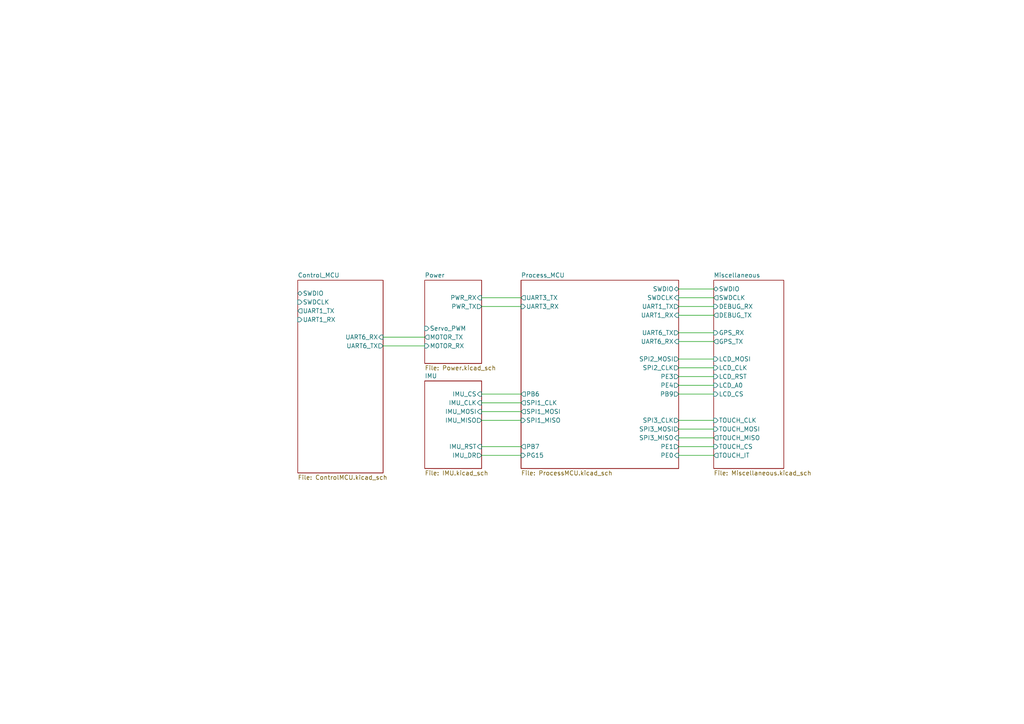
<source format=kicad_sch>
(kicad_sch (version 20211123) (generator eeschema)

  (uuid 99332785-d9f1-4363-9377-26ddc18e6d2c)

  (paper "A4")

  (title_block
    (title "MM32_Board")
    (date "2022-01-11")
    (rev "1.0.2")
  )

  (lib_symbols
  )


  (wire (pts (xy 196.85 96.52) (xy 207.01 96.52))
    (stroke (width 0) (type default) (color 0 0 0 0))
    (uuid 18c61c95-8af1-4986-b67e-c7af9c15ab6b)
  )
  (wire (pts (xy 139.7 86.36) (xy 151.13 86.36))
    (stroke (width 0) (type default) (color 0 0 0 0))
    (uuid 1e86b4c5-7cc5-4cd3-9127-b2df4b25ab31)
  )
  (wire (pts (xy 196.85 114.3) (xy 207.01 114.3))
    (stroke (width 0) (type default) (color 0 0 0 0))
    (uuid 2035ea48-3ef5-4d7f-8c3c-50981b30c89a)
  )
  (wire (pts (xy 139.7 132.08) (xy 151.13 132.08))
    (stroke (width 0) (type default) (color 0 0 0 0))
    (uuid 22ab31f1-19b3-4ec7-9afe-f302dee88ae1)
  )
  (wire (pts (xy 139.7 116.84) (xy 151.13 116.84))
    (stroke (width 0) (type default) (color 0 0 0 0))
    (uuid 22bb6c80-05a9-4d89-98b0-f4c23fe6c1ce)
  )
  (wire (pts (xy 196.85 109.22) (xy 207.01 109.22))
    (stroke (width 0) (type default) (color 0 0 0 0))
    (uuid 2e90e294-82e1-45da-9bf1-b91dfe0dc8f6)
  )
  (wire (pts (xy 111.125 100.33) (xy 123.19 100.33))
    (stroke (width 0) (type default) (color 0 0 0 0))
    (uuid 37c1ffae-13f7-4414-8abd-6198017a0d3d)
  )
  (wire (pts (xy 196.85 106.68) (xy 207.01 106.68))
    (stroke (width 0) (type default) (color 0 0 0 0))
    (uuid 4e27930e-1827-4788-aa6b-487321d46602)
  )
  (wire (pts (xy 111.125 97.79) (xy 123.19 97.79))
    (stroke (width 0) (type default) (color 0 0 0 0))
    (uuid 4fddb009-6bfa-4bb4-bb13-efd2f0ef215d)
  )
  (wire (pts (xy 139.7 114.3) (xy 151.13 114.3))
    (stroke (width 0) (type default) (color 0 0 0 0))
    (uuid 5c511894-a889-401c-a74f-4f4f5b5e1f56)
  )
  (wire (pts (xy 139.7 129.54) (xy 151.13 129.54))
    (stroke (width 0) (type default) (color 0 0 0 0))
    (uuid 72508b1f-1505-46cb-9d37-2081c5a12aca)
  )
  (wire (pts (xy 207.01 129.54) (xy 196.85 129.54))
    (stroke (width 0) (type default) (color 0 0 0 0))
    (uuid 7a2f50f6-0c99-4e8d-9c2a-8f2f961d2e6d)
  )
  (wire (pts (xy 196.85 88.9) (xy 207.01 88.9))
    (stroke (width 0) (type default) (color 0 0 0 0))
    (uuid 7a74c4b1-6243-4a12-85a2-bc41d346e7aa)
  )
  (wire (pts (xy 196.85 83.82) (xy 207.01 83.82))
    (stroke (width 0) (type default) (color 0 0 0 0))
    (uuid 7d76d925-f900-42af-a03f-bb32d2381b09)
  )
  (wire (pts (xy 139.7 119.38) (xy 151.13 119.38))
    (stroke (width 0) (type default) (color 0 0 0 0))
    (uuid 802c2dc3-ca9f-491e-9d66-7893e89ac34c)
  )
  (wire (pts (xy 196.85 104.14) (xy 207.01 104.14))
    (stroke (width 0) (type default) (color 0 0 0 0))
    (uuid 8cd050d6-228c-4da0-9533-b4f8d14cfb34)
  )
  (wire (pts (xy 207.01 99.06) (xy 196.85 99.06))
    (stroke (width 0) (type default) (color 0 0 0 0))
    (uuid a5be2cb8-c68d-4180-8412-69a6b4c5b1d4)
  )
  (wire (pts (xy 139.7 88.9) (xy 151.13 88.9))
    (stroke (width 0) (type default) (color 0 0 0 0))
    (uuid a7b36f8a-a809-4212-adb5-b1a430ba43d5)
  )
  (wire (pts (xy 196.85 124.46) (xy 207.01 124.46))
    (stroke (width 0) (type default) (color 0 0 0 0))
    (uuid aa88ba5c-865c-4683-b8a1-7b9c1cfc1f24)
  )
  (wire (pts (xy 196.85 121.92) (xy 207.01 121.92))
    (stroke (width 0) (type default) (color 0 0 0 0))
    (uuid abe3b334-37e8-4f8f-bedb-b15e5b35de31)
  )
  (wire (pts (xy 196.85 132.08) (xy 207.01 132.08))
    (stroke (width 0) (type default) (color 0 0 0 0))
    (uuid ae0e6b31-27d7-4383-a4fc-7557b0a19382)
  )
  (wire (pts (xy 207.01 111.76) (xy 196.85 111.76))
    (stroke (width 0) (type default) (color 0 0 0 0))
    (uuid ba6fc20e-7eff-4d5f-81e4-d1fad93be155)
  )
  (wire (pts (xy 196.85 127) (xy 207.01 127))
    (stroke (width 0) (type default) (color 0 0 0 0))
    (uuid e95d5e5b-b628-48b6-bd91-ba4666d476c9)
  )
  (wire (pts (xy 207.01 91.44) (xy 196.85 91.44))
    (stroke (width 0) (type default) (color 0 0 0 0))
    (uuid ed8a7f02-cf05-41d0-97b4-4388ef205e73)
  )
  (wire (pts (xy 139.7 121.92) (xy 151.13 121.92))
    (stroke (width 0) (type default) (color 0 0 0 0))
    (uuid eed466bf-cd88-4860-9abf-41a594ca08bd)
  )
  (wire (pts (xy 207.01 86.36) (xy 196.85 86.36))
    (stroke (width 0) (type default) (color 0 0 0 0))
    (uuid f1e619ac-5067-41df-8384-776ec70a6093)
  )

  (sheet (at 123.19 81.28) (size 16.51 24.13) (fields_autoplaced)
    (stroke (width 0) (type solid) (color 0 0 0 0))
    (fill (color 0 0 0 0.0000))
    (uuid 00000000-0000-0000-0000-00006191448d)
    (property "Sheet name" "Power" (id 0) (at 123.19 80.5684 0)
      (effects (font (size 1.27 1.27)) (justify left bottom))
    )
    (property "Sheet file" "Power.kicad_sch" (id 1) (at 123.19 105.9946 0)
      (effects (font (size 1.27 1.27)) (justify left top))
    )
    (pin "PWR_RX" input (at 139.7 86.36 0)
      (effects (font (size 1.27 1.27)) (justify right))
      (uuid 6c98f4c5-fd1b-4ccb-adc4-ecb3ce98ff5f)
    )
    (pin "PWR_TX" output (at 139.7 88.9 0)
      (effects (font (size 1.27 1.27)) (justify right))
      (uuid f68acda9-b749-45ef-a43c-dcbb6e5795b1)
    )
    (pin "MOTOR_TX" output (at 123.19 97.79 180)
      (effects (font (size 1.27 1.27)) (justify left))
      (uuid 9e1614c8-eb22-4896-8c91-06c0aada958b)
    )
    (pin "MOTOR_RX" input (at 123.19 100.33 180)
      (effects (font (size 1.27 1.27)) (justify left))
      (uuid 1fcc5412-30fa-4a51-900d-816d221e18ff)
    )
    (pin "Servo_PWM" input (at 123.19 95.25 180)
      (effects (font (size 1.27 1.27)) (justify left))
      (uuid 05f6cf13-31f7-443a-8e93-41079e11f9a5)
    )
  )

  (sheet (at 151.13 81.28) (size 45.72 54.61) (fields_autoplaced)
    (stroke (width 0) (type solid) (color 0 0 0 0))
    (fill (color 0 0 0 0.0000))
    (uuid 00000000-0000-0000-0000-00006194fb75)
    (property "Sheet name" "Process_MCU" (id 0) (at 151.13 80.5684 0)
      (effects (font (size 1.27 1.27)) (justify left bottom))
    )
    (property "Sheet file" "ProcessMCU.kicad_sch" (id 1) (at 151.13 136.4746 0)
      (effects (font (size 1.27 1.27)) (justify left top))
    )
    (pin "SWDIO" bidirectional (at 196.85 83.82 0)
      (effects (font (size 1.27 1.27)) (justify right))
      (uuid 3c5e5ea9-793d-46e3-86bc-5884c4490dc7)
    )
    (pin "SWDCLK" input (at 196.85 86.36 0)
      (effects (font (size 1.27 1.27)) (justify right))
      (uuid 9dcdc92b-2219-4a4a-8954-45f02cc3ab25)
    )
    (pin "UART1_TX" output (at 196.85 88.9 0)
      (effects (font (size 1.27 1.27)) (justify right))
      (uuid dae72997-44fc-4275-b36f-cd70bf46cfba)
    )
    (pin "UART1_RX" input (at 196.85 91.44 0)
      (effects (font (size 1.27 1.27)) (justify right))
      (uuid 5d9921f1-08b3-4cc9-8cf7-e9a72ca2fdb7)
    )
    (pin "UART3_TX" output (at 151.13 86.36 180)
      (effects (font (size 1.27 1.27)) (justify left))
      (uuid c8b6b273-3d20-4a46-8069-f6d608563604)
    )
    (pin "UART3_RX" input (at 151.13 88.9 180)
      (effects (font (size 1.27 1.27)) (justify left))
      (uuid 92035a88-6c95-4a61-bd8a-cb8dd9e5018a)
    )
    (pin "UART6_TX" output (at 196.85 96.52 0)
      (effects (font (size 1.27 1.27)) (justify right))
      (uuid 4ec618ae-096f-4256-9328-005ee04f13d6)
    )
    (pin "UART6_RX" input (at 196.85 99.06 0)
      (effects (font (size 1.27 1.27)) (justify right))
      (uuid 3326423d-8df7-4a7e-a354-349430b8fbd7)
    )
    (pin "SPI2_CLK" output (at 196.85 106.68 0)
      (effects (font (size 1.27 1.27)) (justify right))
      (uuid 8de2d84c-ff45-4d4f-bc49-c166f6ae6b91)
    )
    (pin "SPI2_MOSI" output (at 196.85 104.14 0)
      (effects (font (size 1.27 1.27)) (justify right))
      (uuid e091e263-c616-48ef-a460-465c70218987)
    )
    (pin "SPI1_CLK" output (at 151.13 116.84 180)
      (effects (font (size 1.27 1.27)) (justify left))
      (uuid 71c6e723-673c-45a9-a0e4-9742220c52a3)
    )
    (pin "SPI1_MISO" input (at 151.13 121.92 180)
      (effects (font (size 1.27 1.27)) (justify left))
      (uuid b4833916-7a3e-4498-86fb-ec6d13262ffe)
    )
    (pin "SPI1_MOSI" output (at 151.13 119.38 180)
      (effects (font (size 1.27 1.27)) (justify left))
      (uuid cc48dd41-7768-48d3-b096-2c4cc2126c9d)
    )
    (pin "PB6" output (at 151.13 114.3 180)
      (effects (font (size 1.27 1.27)) (justify left))
      (uuid 4185c36c-c66e-4dbd-be5d-841e551f4885)
    )
    (pin "PB7" output (at 151.13 129.54 180)
      (effects (font (size 1.27 1.27)) (justify left))
      (uuid a8b4bc7e-da32-4fb8-b71a-d7b47c6f741f)
    )
    (pin "PG15" input (at 151.13 132.08 180)
      (effects (font (size 1.27 1.27)) (justify left))
      (uuid 0fd35a3e-b394-4aae-875a-fac843f9cbb7)
    )
    (pin "PE3" output (at 196.85 109.22 0)
      (effects (font (size 1.27 1.27)) (justify right))
      (uuid c088f712-1abe-4cac-9a8b-d564931395aa)
    )
    (pin "PE4" output (at 196.85 111.76 0)
      (effects (font (size 1.27 1.27)) (justify right))
      (uuid ea6fde00-59dc-4a79-a647-7e38199fae0e)
    )
    (pin "PE0" input (at 196.85 132.08 0)
      (effects (font (size 1.27 1.27)) (justify right))
      (uuid f73b5500-6337-4860-a114-6e307f65ec9f)
    )
    (pin "PE1" output (at 196.85 129.54 0)
      (effects (font (size 1.27 1.27)) (justify right))
      (uuid d3d57924-54a6-421d-a3a0-a044fc909e88)
    )
    (pin "PB9" output (at 196.85 114.3 0)
      (effects (font (size 1.27 1.27)) (justify right))
      (uuid eab9c52c-3aa0-43a7-bc7f-7e234ff1e9f4)
    )
    (pin "SPI3_CLK" output (at 196.85 121.92 0)
      (effects (font (size 1.27 1.27)) (justify right))
      (uuid 83743bfc-3f1e-46ce-bc1a-32950eb9d20d)
    )
    (pin "SPI3_MISO" input (at 196.85 127 0)
      (effects (font (size 1.27 1.27)) (justify right))
      (uuid d0cb3bbf-459c-4f4a-a2b0-44b401630830)
    )
    (pin "SPI3_MOSI" output (at 196.85 124.46 0)
      (effects (font (size 1.27 1.27)) (justify right))
      (uuid a105f5e1-eb91-4e5f-a2df-7ac504228dde)
    )
  )

  (sheet (at 123.19 110.49) (size 16.51 25.4) (fields_autoplaced)
    (stroke (width 0) (type solid) (color 0 0 0 0))
    (fill (color 0 0 0 0.0000))
    (uuid 00000000-0000-0000-0000-000061a493c9)
    (property "Sheet name" "IMU" (id 0) (at 123.19 109.7784 0)
      (effects (font (size 1.27 1.27)) (justify left bottom))
    )
    (property "Sheet file" "IMU.kicad_sch" (id 1) (at 123.19 136.4746 0)
      (effects (font (size 1.27 1.27)) (justify left top))
    )
    (pin "IMU_CS" input (at 139.7 114.3 0)
      (effects (font (size 1.27 1.27)) (justify right))
      (uuid faa1812c-fdf3-47ae-9cf4-ae06a263bfbd)
    )
    (pin "IMU_RST" input (at 139.7 129.54 0)
      (effects (font (size 1.27 1.27)) (justify right))
      (uuid 88cb65f4-7e9e-44eb-8692-3b6e2e788a94)
    )
    (pin "IMU_DR" output (at 139.7 132.08 0)
      (effects (font (size 1.27 1.27)) (justify right))
      (uuid e5b328f6-dc69-4905-ae98-2dc3200a51d6)
    )
    (pin "IMU_CLK" input (at 139.7 116.84 0)
      (effects (font (size 1.27 1.27)) (justify right))
      (uuid 1f9ae101-c652-4998-a503-17aedf3d5746)
    )
    (pin "IMU_MOSI" input (at 139.7 119.38 0)
      (effects (font (size 1.27 1.27)) (justify right))
      (uuid 5c30b9b4-3014-4f50-9329-27a539b67e01)
    )
    (pin "IMU_MISO" output (at 139.7 121.92 0)
      (effects (font (size 1.27 1.27)) (justify right))
      (uuid 9a2d648d-863a-4b7b-80f9-d537185c212b)
    )
  )

  (sheet (at 207.01 81.28) (size 20.32 54.61) (fields_autoplaced)
    (stroke (width 0) (type solid) (color 0 0 0 0))
    (fill (color 0 0 0 0.0000))
    (uuid 00000000-0000-0000-0000-000061e2dd2b)
    (property "Sheet name" "Miscellaneous" (id 0) (at 207.01 80.5684 0)
      (effects (font (size 1.27 1.27)) (justify left bottom))
    )
    (property "Sheet file" "Miscellaneous.kicad_sch" (id 1) (at 207.01 136.4746 0)
      (effects (font (size 1.27 1.27)) (justify left top))
    )
    (pin "SWDIO" bidirectional (at 207.01 83.82 180)
      (effects (font (size 1.27 1.27)) (justify left))
      (uuid eb8d02e9-145c-465d-b6a8-bae84d47a94b)
    )
    (pin "SWDCLK" output (at 207.01 86.36 180)
      (effects (font (size 1.27 1.27)) (justify left))
      (uuid 29bb7297-26fb-4776-9266-2355d022bab0)
    )
    (pin "LCD_CS" input (at 207.01 114.3 180)
      (effects (font (size 1.27 1.27)) (justify left))
      (uuid cb6062da-8dcd-4826-92fd-4071e9e97213)
    )
    (pin "LCD_CLK" input (at 207.01 106.68 180)
      (effects (font (size 1.27 1.27)) (justify left))
      (uuid 36d783e7-096f-4c97-9672-7e08c083b87b)
    )
    (pin "LCD_MOSI" input (at 207.01 104.14 180)
      (effects (font (size 1.27 1.27)) (justify left))
      (uuid 0a1a4d88-972a-46ce-b25e-6cb796bd41f7)
    )
    (pin "LCD_A0" input (at 207.01 111.76 180)
      (effects (font (size 1.27 1.27)) (justify left))
      (uuid c9b9e62d-dede-4d1a-9a05-275614f8bdb2)
    )
    (pin "LCD_RST" input (at 207.01 109.22 180)
      (effects (font (size 1.27 1.27)) (justify left))
      (uuid bdf40d30-88ff-4479-bad1-69529464b61b)
    )
    (pin "TOUCH_CS" input (at 207.01 129.54 180)
      (effects (font (size 1.27 1.27)) (justify left))
      (uuid e5217a0c-7f55-4c30-adda-7f8d95709d1b)
    )
    (pin "DEBUG_TX" output (at 207.01 91.44 180)
      (effects (font (size 1.27 1.27)) (justify left))
      (uuid 5b0a5a46-7b51-4262-a80e-d33dd1806615)
    )
    (pin "DEBUG_RX" input (at 207.01 88.9 180)
      (effects (font (size 1.27 1.27)) (justify left))
      (uuid 30c33e3e-fb78-498d-bffe-76273d527004)
    )
    (pin "TOUCH_IT" output (at 207.01 132.08 180)
      (effects (font (size 1.27 1.27)) (justify left))
      (uuid 42ff012d-5eb7-42b9-bb45-415cf26799c6)
    )
    (pin "GPS_RX" input (at 207.01 96.52 180)
      (effects (font (size 1.27 1.27)) (justify left))
      (uuid 3f8a5430-68a9-4732-9b89-4e00dd8ae219)
    )
    (pin "GPS_TX" output (at 207.01 99.06 180)
      (effects (font (size 1.27 1.27)) (justify left))
      (uuid 96de0051-7945-413a-9219-1ab367546962)
    )
    (pin "TOUCH_MISO" output (at 207.01 127 180)
      (effects (font (size 1.27 1.27)) (justify left))
      (uuid cd46a835-b742-4761-bc84-528e70be1d87)
    )
    (pin "TOUCH_CLK" input (at 207.01 121.92 180)
      (effects (font (size 1.27 1.27)) (justify left))
      (uuid a6855cea-86ec-4106-8759-7df181fb3d77)
    )
    (pin "TOUCH_MOSI" input (at 207.01 124.46 180)
      (effects (font (size 1.27 1.27)) (justify left))
      (uuid 8783fb72-5062-4171-bfea-820e87151360)
    )
  )

  (sheet (at 86.36 81.28) (size 24.765 55.88) (fields_autoplaced)
    (stroke (width 0) (type solid) (color 0 0 0 0))
    (fill (color 0 0 0 0.0000))
    (uuid 17e96aa4-b9b9-40b3-b176-5cf1e74e9a7a)
    (property "Sheet name" "Control_MCU" (id 0) (at 86.36 80.5684 0)
      (effects (font (size 1.27 1.27)) (justify left bottom))
    )
    (property "Sheet file" "ControlMCU.kicad_sch" (id 1) (at 86.36 137.7446 0)
      (effects (font (size 1.27 1.27)) (justify left top))
    )
    (pin "SWDCLK" input (at 86.36 87.63 180)
      (effects (font (size 1.27 1.27)) (justify left))
      (uuid 6e619301-c53e-444d-add9-b8d74740641f)
    )
    (pin "UART1_TX" output (at 86.36 90.17 180)
      (effects (font (size 1.27 1.27)) (justify left))
      (uuid 35a6c7c2-b9db-41ed-ba4b-de9111d1b6bf)
    )
    (pin "UART1_RX" input (at 86.36 92.71 180)
      (effects (font (size 1.27 1.27)) (justify left))
      (uuid 17ec37a9-0b6a-43af-a274-886b4c122b7c)
    )
    (pin "SWDIO" bidirectional (at 86.36 85.09 180)
      (effects (font (size 1.27 1.27)) (justify left))
      (uuid 63d57373-5dd3-4b3d-93e9-5e488bb9ecba)
    )
    (pin "UART6_RX" input (at 111.125 97.79 0)
      (effects (font (size 1.27 1.27)) (justify right))
      (uuid ee05dd12-55ac-402a-ae8a-082712bdd30c)
    )
    (pin "UART6_TX" output (at 111.125 100.33 0)
      (effects (font (size 1.27 1.27)) (justify right))
      (uuid c4feca4c-0e93-41cb-90bd-0f7bc626c9f2)
    )
  )

  (sheet_instances
    (path "/" (page "1"))
    (path "/00000000-0000-0000-0000-000061e2dd2b" (page "2"))
    (path "/00000000-0000-0000-0000-000061a493c9" (page "3"))
    (path "/00000000-0000-0000-0000-00006194fb75" (page "4"))
    (path "/00000000-0000-0000-0000-00006191448d" (page "5"))
    (path "/17e96aa4-b9b9-40b3-b176-5cf1e74e9a7a" (page "6"))
  )

  (symbol_instances
    (path "/00000000-0000-0000-0000-000061a493c9/00000000-0000-0000-0000-000061ca638a"
      (reference "#FLG?") (unit 1) (value "PWR_FLAG") (footprint "")
    )
    (path "/17e96aa4-b9b9-40b3-b176-5cf1e74e9a7a/00000000-0000-0000-0000-00006195ee2a"
      (reference "#PWR?") (unit 1) (value "GND") (footprint "")
    )
    (path "/17e96aa4-b9b9-40b3-b176-5cf1e74e9a7a/00000000-0000-0000-0000-00006195f610"
      (reference "#PWR?") (unit 1) (value "GND") (footprint "")
    )
    (path "/17e96aa4-b9b9-40b3-b176-5cf1e74e9a7a/00000000-0000-0000-0000-00006195fcd3"
      (reference "#PWR?") (unit 1) (value "GND") (footprint "")
    )
    (path "/17e96aa4-b9b9-40b3-b176-5cf1e74e9a7a/00000000-0000-0000-0000-00006196015b"
      (reference "#PWR?") (unit 1) (value "GND") (footprint "")
    )
    (path "/17e96aa4-b9b9-40b3-b176-5cf1e74e9a7a/00000000-0000-0000-0000-000061968f95"
      (reference "#PWR?") (unit 1) (value "GND") (footprint "")
    )
    (path "/17e96aa4-b9b9-40b3-b176-5cf1e74e9a7a/00000000-0000-0000-0000-00006196ae64"
      (reference "#PWR?") (unit 1) (value "+3.3V") (footprint "")
    )
    (path "/17e96aa4-b9b9-40b3-b176-5cf1e74e9a7a/00000000-0000-0000-0000-0000619850df"
      (reference "#PWR?") (unit 1) (value "GND") (footprint "")
    )
    (path "/17e96aa4-b9b9-40b3-b176-5cf1e74e9a7a/00000000-0000-0000-0000-00006198fee4"
      (reference "#PWR?") (unit 1) (value "+3.3V") (footprint "")
    )
    (path "/17e96aa4-b9b9-40b3-b176-5cf1e74e9a7a/00000000-0000-0000-0000-0000619a8b10"
      (reference "#PWR?") (unit 1) (value "GND") (footprint "")
    )
    (path "/17e96aa4-b9b9-40b3-b176-5cf1e74e9a7a/00000000-0000-0000-0000-0000619ab59a"
      (reference "#PWR?") (unit 1) (value "GND") (footprint "")
    )
    (path "/17e96aa4-b9b9-40b3-b176-5cf1e74e9a7a/00000000-0000-0000-0000-0000619ad5ec"
      (reference "#PWR?") (unit 1) (value "GND") (footprint "")
    )
    (path "/17e96aa4-b9b9-40b3-b176-5cf1e74e9a7a/00000000-0000-0000-0000-0000619c0f5f"
      (reference "#PWR?") (unit 1) (value "GND") (footprint "")
    )
    (path "/00000000-0000-0000-0000-000061a493c9/00000000-0000-0000-0000-0000619ca37d"
      (reference "#PWR?") (unit 1) (value "GNDA") (footprint "")
    )
    (path "/00000000-0000-0000-0000-000061a493c9/00000000-0000-0000-0000-0000619ca9f9"
      (reference "#PWR?") (unit 1) (value "+5V") (footprint "")
    )
    (path "/17e96aa4-b9b9-40b3-b176-5cf1e74e9a7a/00000000-0000-0000-0000-0000619cad24"
      (reference "#PWR?") (unit 1) (value "+3.3V") (footprint "")
    )
    (path "/00000000-0000-0000-0000-000061a493c9/00000000-0000-0000-0000-0000619cb156"
      (reference "#PWR?") (unit 1) (value "+5VA") (footprint "")
    )
    (path "/00000000-0000-0000-0000-000061a493c9/00000000-0000-0000-0000-0000619cbdfc"
      (reference "#PWR?") (unit 1) (value "GNDA") (footprint "")
    )
    (path "/00000000-0000-0000-0000-000061a493c9/00000000-0000-0000-0000-0000619cc7d7"
      (reference "#PWR?") (unit 1) (value "GND") (footprint "")
    )
    (path "/17e96aa4-b9b9-40b3-b176-5cf1e74e9a7a/00000000-0000-0000-0000-0000619d9e74"
      (reference "#PWR?") (unit 1) (value "+3.3V") (footprint "")
    )
    (path "/00000000-0000-0000-0000-00006191448d/00000000-0000-0000-0000-0000619db55c"
      (reference "#PWR?") (unit 1) (value "+5V") (footprint "")
    )
    (path "/17e96aa4-b9b9-40b3-b176-5cf1e74e9a7a/00000000-0000-0000-0000-0000619db9a0"
      (reference "#PWR?") (unit 1) (value "+3.3V") (footprint "")
    )
    (path "/00000000-0000-0000-0000-00006191448d/00000000-0000-0000-0000-0000619dd295"
      (reference "#PWR?") (unit 1) (value "GND") (footprint "")
    )
    (path "/17e96aa4-b9b9-40b3-b176-5cf1e74e9a7a/00000000-0000-0000-0000-0000619e003c"
      (reference "#PWR?") (unit 1) (value "+3.3V") (footprint "")
    )
    (path "/00000000-0000-0000-0000-00006191448d/00000000-0000-0000-0000-0000619e07bf"
      (reference "#PWR?") (unit 1) (value "+5V") (footprint "")
    )
    (path "/00000000-0000-0000-0000-000061a493c9/00000000-0000-0000-0000-0000619e1f6c"
      (reference "#PWR?") (unit 1) (value "GND") (footprint "")
    )
    (path "/00000000-0000-0000-0000-00006191448d/00000000-0000-0000-0000-0000619e4051"
      (reference "#PWR?") (unit 1) (value "GND") (footprint "")
    )
    (path "/17e96aa4-b9b9-40b3-b176-5cf1e74e9a7a/00000000-0000-0000-0000-0000619e4663"
      (reference "#PWR?") (unit 1) (value "GND") (footprint "")
    )
    (path "/17e96aa4-b9b9-40b3-b176-5cf1e74e9a7a/00000000-0000-0000-0000-0000619e466a"
      (reference "#PWR?") (unit 1) (value "+3.3V") (footprint "")
    )
    (path "/17e96aa4-b9b9-40b3-b176-5cf1e74e9a7a/00000000-0000-0000-0000-0000619e78a5"
      (reference "#PWR?") (unit 1) (value "+3.3V") (footprint "")
    )
    (path "/17e96aa4-b9b9-40b3-b176-5cf1e74e9a7a/00000000-0000-0000-0000-0000619eb60b"
      (reference "#PWR?") (unit 1) (value "+3.3V") (footprint "")
    )
    (path "/00000000-0000-0000-0000-000061a493c9/00000000-0000-0000-0000-0000619ee841"
      (reference "#PWR?") (unit 1) (value "+5VA") (footprint "")
    )
    (path "/00000000-0000-0000-0000-000061a493c9/00000000-0000-0000-0000-0000619ee847"
      (reference "#PWR?") (unit 1) (value "GNDA") (footprint "")
    )
    (path "/17e96aa4-b9b9-40b3-b176-5cf1e74e9a7a/00000000-0000-0000-0000-0000619ef000"
      (reference "#PWR?") (unit 1) (value "+3.3V") (footprint "")
    )
    (path "/17e96aa4-b9b9-40b3-b176-5cf1e74e9a7a/00000000-0000-0000-0000-0000619efd86"
      (reference "#PWR?") (unit 1) (value "+3.3V") (footprint "")
    )
    (path "/17e96aa4-b9b9-40b3-b176-5cf1e74e9a7a/00000000-0000-0000-0000-0000619f405d"
      (reference "#PWR?") (unit 1) (value "GND") (footprint "")
    )
    (path "/17e96aa4-b9b9-40b3-b176-5cf1e74e9a7a/00000000-0000-0000-0000-0000619f5db5"
      (reference "#PWR?") (unit 1) (value "GND") (footprint "")
    )
    (path "/00000000-0000-0000-0000-00006191448d/00000000-0000-0000-0000-0000619f5f75"
      (reference "#PWR?") (unit 1) (value "GND") (footprint "")
    )
    (path "/17e96aa4-b9b9-40b3-b176-5cf1e74e9a7a/00000000-0000-0000-0000-0000619f6712"
      (reference "#PWR?") (unit 1) (value "GND") (footprint "")
    )
    (path "/17e96aa4-b9b9-40b3-b176-5cf1e74e9a7a/00000000-0000-0000-0000-0000619f71a5"
      (reference "#PWR?") (unit 1) (value "GND") (footprint "")
    )
    (path "/00000000-0000-0000-0000-000061a493c9/00000000-0000-0000-0000-0000619f8431"
      (reference "#PWR?") (unit 1) (value "GND") (footprint "")
    )
    (path "/00000000-0000-0000-0000-000061e2dd2b/00000000-0000-0000-0000-0000619f94a5"
      (reference "#PWR?") (unit 1) (value "+3.3V") (footprint "")
    )
    (path "/00000000-0000-0000-0000-000061e2dd2b/00000000-0000-0000-0000-0000619f9ba6"
      (reference "#PWR?") (unit 1) (value "GND") (footprint "")
    )
    (path "/00000000-0000-0000-0000-000061e2dd2b/00000000-0000-0000-0000-0000619f9f09"
      (reference "#PWR?") (unit 1) (value "GND") (footprint "")
    )
    (path "/00000000-0000-0000-0000-000061e2dd2b/00000000-0000-0000-0000-0000619fa449"
      (reference "#PWR?") (unit 1) (value "+3.3V") (footprint "")
    )
    (path "/17e96aa4-b9b9-40b3-b176-5cf1e74e9a7a/00000000-0000-0000-0000-0000619ff75d"
      (reference "#PWR?") (unit 1) (value "+3.3V") (footprint "")
    )
    (path "/17e96aa4-b9b9-40b3-b176-5cf1e74e9a7a/00000000-0000-0000-0000-0000619ff764"
      (reference "#PWR?") (unit 1) (value "GND") (footprint "")
    )
    (path "/17e96aa4-b9b9-40b3-b176-5cf1e74e9a7a/00000000-0000-0000-0000-000061a00a0a"
      (reference "#PWR?") (unit 1) (value "+3.3V") (footprint "")
    )
    (path "/17e96aa4-b9b9-40b3-b176-5cf1e74e9a7a/00000000-0000-0000-0000-000061a00a11"
      (reference "#PWR?") (unit 1) (value "GND") (footprint "")
    )
    (path "/17e96aa4-b9b9-40b3-b176-5cf1e74e9a7a/00000000-0000-0000-0000-000061a02005"
      (reference "#PWR?") (unit 1) (value "+3.3V") (footprint "")
    )
    (path "/17e96aa4-b9b9-40b3-b176-5cf1e74e9a7a/00000000-0000-0000-0000-000061a0200c"
      (reference "#PWR?") (unit 1) (value "GND") (footprint "")
    )
    (path "/17e96aa4-b9b9-40b3-b176-5cf1e74e9a7a/00000000-0000-0000-0000-000061a03056"
      (reference "#PWR?") (unit 1) (value "+3.3V") (footprint "")
    )
    (path "/17e96aa4-b9b9-40b3-b176-5cf1e74e9a7a/00000000-0000-0000-0000-000061a0305d"
      (reference "#PWR?") (unit 1) (value "GND") (footprint "")
    )
    (path "/00000000-0000-0000-0000-000061e2dd2b/00000000-0000-0000-0000-000061a0aa20"
      (reference "#PWR?") (unit 1) (value "+3.3V") (footprint "")
    )
    (path "/17e96aa4-b9b9-40b3-b176-5cf1e74e9a7a/00000000-0000-0000-0000-000061a13535"
      (reference "#PWR?") (unit 1) (value "+3.3V") (footprint "")
    )
    (path "/17e96aa4-b9b9-40b3-b176-5cf1e74e9a7a/00000000-0000-0000-0000-000061a1354d"
      (reference "#PWR?") (unit 1) (value "GND") (footprint "")
    )
    (path "/00000000-0000-0000-0000-000061e2dd2b/00000000-0000-0000-0000-000061a23f37"
      (reference "#PWR?") (unit 1) (value "GND") (footprint "")
    )
    (path "/00000000-0000-0000-0000-000061a493c9/00000000-0000-0000-0000-000061a28c42"
      (reference "#PWR?") (unit 1) (value "+5VA") (footprint "")
    )
    (path "/00000000-0000-0000-0000-000061a493c9/00000000-0000-0000-0000-000061a29163"
      (reference "#PWR?") (unit 1) (value "+5VA") (footprint "")
    )
    (path "/00000000-0000-0000-0000-000061e2dd2b/00000000-0000-0000-0000-000061a2920f"
      (reference "#PWR?") (unit 1) (value "GND") (footprint "")
    )
    (path "/00000000-0000-0000-0000-000061a493c9/00000000-0000-0000-0000-000061a29d74"
      (reference "#PWR?") (unit 1) (value "GNDA") (footprint "")
    )
    (path "/00000000-0000-0000-0000-000061a493c9/00000000-0000-0000-0000-000061a29ff9"
      (reference "#PWR?") (unit 1) (value "GNDA") (footprint "")
    )
    (path "/00000000-0000-0000-0000-000061e2dd2b/00000000-0000-0000-0000-000061a2a54f"
      (reference "#PWR?") (unit 1) (value "+3.3V") (footprint "")
    )
    (path "/00000000-0000-0000-0000-000061a493c9/00000000-0000-0000-0000-000061a320ea"
      (reference "#PWR?") (unit 1) (value "+5VA") (footprint "")
    )
    (path "/00000000-0000-0000-0000-000061a493c9/00000000-0000-0000-0000-000061a3286d"
      (reference "#PWR?") (unit 1) (value "GNDA") (footprint "")
    )
    (path "/00000000-0000-0000-0000-000061e2dd2b/00000000-0000-0000-0000-000061a377c1"
      (reference "#PWR?") (unit 1) (value "GND") (footprint "")
    )
    (path "/00000000-0000-0000-0000-000061a493c9/00000000-0000-0000-0000-000061a3f8ae"
      (reference "#PWR?") (unit 1) (value "+3.3VA") (footprint "")
    )
    (path "/00000000-0000-0000-0000-000061a493c9/00000000-0000-0000-0000-000061a421c5"
      (reference "#PWR?") (unit 1) (value "+3.3VA") (footprint "")
    )
    (path "/00000000-0000-0000-0000-000061e2dd2b/00000000-0000-0000-0000-000061a5a1c1"
      (reference "#PWR?") (unit 1) (value "+3.3V") (footprint "")
    )
    (path "/00000000-0000-0000-0000-000061e2dd2b/00000000-0000-0000-0000-000061b30227"
      (reference "#PWR?") (unit 1) (value "+3.3V") (footprint "")
    )
    (path "/00000000-0000-0000-0000-000061e2dd2b/00000000-0000-0000-0000-000061b3023f"
      (reference "#PWR?") (unit 1) (value "GND") (footprint "")
    )
    (path "/00000000-0000-0000-0000-000061a493c9/00000000-0000-0000-0000-000061bfe812"
      (reference "#PWR?") (unit 1) (value "GND") (footprint "")
    )
    (path "/00000000-0000-0000-0000-000061a493c9/00000000-0000-0000-0000-000061bfeed7"
      (reference "#PWR?") (unit 1) (value "GND") (footprint "")
    )
    (path "/00000000-0000-0000-0000-000061a493c9/00000000-0000-0000-0000-000061c2aa4a"
      (reference "#PWR?") (unit 1) (value "+3.3VA") (footprint "")
    )
    (path "/00000000-0000-0000-0000-000061a493c9/00000000-0000-0000-0000-000061c2d5a4"
      (reference "#PWR?") (unit 1) (value "GNDA") (footprint "")
    )
    (path "/17e96aa4-b9b9-40b3-b176-5cf1e74e9a7a/00000000-0000-0000-0000-000061d01d01"
      (reference "#PWR?") (unit 1) (value "+3.3V") (footprint "")
    )
    (path "/17e96aa4-b9b9-40b3-b176-5cf1e74e9a7a/00000000-0000-0000-0000-000061dfa0cd"
      (reference "#PWR?") (unit 1) (value "GND") (footprint "")
    )
    (path "/00000000-0000-0000-0000-000061a493c9/00000000-0000-0000-0000-000061e07ee1"
      (reference "#PWR?") (unit 1) (value "+3.3VA") (footprint "")
    )
    (path "/00000000-0000-0000-0000-000061a493c9/00000000-0000-0000-0000-000061e07ee7"
      (reference "#PWR?") (unit 1) (value "GNDA") (footprint "")
    )
    (path "/00000000-0000-0000-0000-000061a493c9/00000000-0000-0000-0000-000061e07ef4"
      (reference "#PWR?") (unit 1) (value "GND") (footprint "")
    )
    (path "/00000000-0000-0000-0000-000061a493c9/00000000-0000-0000-0000-000061e07eff"
      (reference "#PWR?") (unit 1) (value "+3.3V") (footprint "")
    )
    (path "/00000000-0000-0000-0000-000061a493c9/00000000-0000-0000-0000-000061e07f0d"
      (reference "#PWR?") (unit 1) (value "+3.3VA") (footprint "")
    )
    (path "/00000000-0000-0000-0000-000061a493c9/00000000-0000-0000-0000-000061e07f13"
      (reference "#PWR?") (unit 1) (value "GNDA") (footprint "")
    )
    (path "/00000000-0000-0000-0000-000061a493c9/00000000-0000-0000-0000-000061e07f20"
      (reference "#PWR?") (unit 1) (value "GND") (footprint "")
    )
    (path "/00000000-0000-0000-0000-000061a493c9/00000000-0000-0000-0000-000061e07f2b"
      (reference "#PWR?") (unit 1) (value "+3.3V") (footprint "")
    )
    (path "/00000000-0000-0000-0000-000061a493c9/00000000-0000-0000-0000-000061e07f51"
      (reference "#PWR?") (unit 1) (value "+3.3VA") (footprint "")
    )
    (path "/00000000-0000-0000-0000-000061a493c9/00000000-0000-0000-0000-000061e07f57"
      (reference "#PWR?") (unit 1) (value "GNDA") (footprint "")
    )
    (path "/00000000-0000-0000-0000-000061a493c9/00000000-0000-0000-0000-000061e07f65"
      (reference "#PWR?") (unit 1) (value "+3.3VA") (footprint "")
    )
    (path "/00000000-0000-0000-0000-000061a493c9/00000000-0000-0000-0000-000061e07f6b"
      (reference "#PWR?") (unit 1) (value "GNDA") (footprint "")
    )
    (path "/00000000-0000-0000-0000-000061a493c9/00000000-0000-0000-0000-000061e07f81"
      (reference "#PWR?") (unit 1) (value "+3.3V") (footprint "")
    )
    (path "/00000000-0000-0000-0000-000061a493c9/00000000-0000-0000-0000-000061e07f95"
      (reference "#PWR?") (unit 1) (value "+3.3V") (footprint "")
    )
    (path "/00000000-0000-0000-0000-000061a493c9/00000000-0000-0000-0000-000061e78c2c"
      (reference "#PWR?") (unit 1) (value "+3.3VA") (footprint "")
    )
    (path "/00000000-0000-0000-0000-000061a493c9/00000000-0000-0000-0000-000061e78c32"
      (reference "#PWR?") (unit 1) (value "GNDA") (footprint "")
    )
    (path "/00000000-0000-0000-0000-000061a493c9/00000000-0000-0000-0000-000061e80755"
      (reference "#PWR?") (unit 1) (value "+3.3VA") (footprint "")
    )
    (path "/00000000-0000-0000-0000-000061a493c9/00000000-0000-0000-0000-000061e8075b"
      (reference "#PWR?") (unit 1) (value "GNDA") (footprint "")
    )
    (path "/00000000-0000-0000-0000-000061a493c9/00000000-0000-0000-0000-000061e80769"
      (reference "#PWR?") (unit 1) (value "+3.3VA") (footprint "")
    )
    (path "/00000000-0000-0000-0000-000061a493c9/00000000-0000-0000-0000-000061e8076f"
      (reference "#PWR?") (unit 1) (value "GNDA") (footprint "")
    )
    (path "/00000000-0000-0000-0000-000061a493c9/00000000-0000-0000-0000-000061e8b580"
      (reference "#PWR?") (unit 1) (value "+3.3VA") (footprint "")
    )
    (path "/00000000-0000-0000-0000-000061a493c9/00000000-0000-0000-0000-000061e8b586"
      (reference "#PWR?") (unit 1) (value "GNDA") (footprint "")
    )
    (path "/00000000-0000-0000-0000-000061a493c9/00000000-0000-0000-0000-000061e8b594"
      (reference "#PWR?") (unit 1) (value "+3.3VA") (footprint "")
    )
    (path "/00000000-0000-0000-0000-000061a493c9/00000000-0000-0000-0000-000061e8b59a"
      (reference "#PWR?") (unit 1) (value "GNDA") (footprint "")
    )
    (path "/00000000-0000-0000-0000-000061a493c9/00000000-0000-0000-0000-000061e8b5a8"
      (reference "#PWR?") (unit 1) (value "+3.3VA") (footprint "")
    )
    (path "/00000000-0000-0000-0000-000061a493c9/00000000-0000-0000-0000-000061e8b5ae"
      (reference "#PWR?") (unit 1) (value "GNDA") (footprint "")
    )
    (path "/00000000-0000-0000-0000-000061a493c9/00000000-0000-0000-0000-000061e8b5bc"
      (reference "#PWR?") (unit 1) (value "+3.3VA") (footprint "")
    )
    (path "/00000000-0000-0000-0000-000061a493c9/00000000-0000-0000-0000-000061e8b5c2"
      (reference "#PWR?") (unit 1) (value "GNDA") (footprint "")
    )
    (path "/00000000-0000-0000-0000-00006194fb75/0950cc21-d7f5-4542-8e1c-486c2e4bc66f"
      (reference "#PWR?") (unit 1) (value "GND") (footprint "")
    )
    (path "/00000000-0000-0000-0000-00006194fb75/09c0ca21-8e12-49f9-a0a7-3f7f020cf415"
      (reference "#PWR?") (unit 1) (value "+3.3VA") (footprint "")
    )
    (path "/00000000-0000-0000-0000-00006194fb75/0cac3b6c-f185-4a5b-846d-ce6afa5ffef3"
      (reference "#PWR?") (unit 1) (value "+3.3VA") (footprint "")
    )
    (path "/00000000-0000-0000-0000-00006194fb75/0d9bf4ff-11fe-41f9-ba57-f79d00ae6892"
      (reference "#PWR?") (unit 1) (value "+3.3VA") (footprint "")
    )
    (path "/00000000-0000-0000-0000-00006194fb75/10085fed-43d9-4e8a-aa22-7317baa97010"
      (reference "#PWR?") (unit 1) (value "GND") (footprint "")
    )
    (path "/00000000-0000-0000-0000-00006194fb75/136e5f75-f6db-41a9-98c3-33059686508a"
      (reference "#PWR?") (unit 1) (value "GND") (footprint "")
    )
    (path "/00000000-0000-0000-0000-00006194fb75/1594d55a-3c4f-421f-a2d7-140001f34ddd"
      (reference "#PWR?") (unit 1) (value "GND") (footprint "")
    )
    (path "/00000000-0000-0000-0000-00006194fb75/1651dd00-599f-4ad8-865c-268e284fbfa7"
      (reference "#PWR?") (unit 1) (value "GND") (footprint "")
    )
    (path "/00000000-0000-0000-0000-00006194fb75/19a1f31e-98b8-42e0-b876-540caf50ba8a"
      (reference "#PWR?") (unit 1) (value "+3.3VA") (footprint "")
    )
    (path "/00000000-0000-0000-0000-00006191448d/21d60392-f9d6-465b-8725-094da3bed2f0"
      (reference "#PWR?") (unit 1) (value "GND") (footprint "")
    )
    (path "/00000000-0000-0000-0000-00006194fb75/2452dfc7-3a8d-4d70-a396-401ddc384521"
      (reference "#PWR?") (unit 1) (value "+3.3VA") (footprint "")
    )
    (path "/00000000-0000-0000-0000-00006194fb75/25dfb3a3-c1b3-4115-ba5f-cc3707371472"
      (reference "#PWR?") (unit 1) (value "GND") (footprint "")
    )
    (path "/00000000-0000-0000-0000-00006194fb75/26186810-77cf-4b23-8316-2dc5a08510e4"
      (reference "#PWR?") (unit 1) (value "+3.3VA") (footprint "")
    )
    (path "/00000000-0000-0000-0000-00006194fb75/26e30850-54a5-45e4-abcf-92ce47ee1e11"
      (reference "#PWR?") (unit 1) (value "GND") (footprint "")
    )
    (path "/00000000-0000-0000-0000-00006194fb75/29a0a757-7a70-49b0-8191-cd4c599a3586"
      (reference "#PWR?") (unit 1) (value "GND") (footprint "")
    )
    (path "/00000000-0000-0000-0000-00006194fb75/2a864ed2-a8d6-4148-b316-7b28c414094f"
      (reference "#PWR?") (unit 1) (value "+3.3VA") (footprint "")
    )
    (path "/00000000-0000-0000-0000-00006194fb75/2f2fb1c1-45e7-4c17-b0cc-e34303c287e6"
      (reference "#PWR?") (unit 1) (value "+3.3VA") (footprint "")
    )
    (path "/00000000-0000-0000-0000-00006194fb75/30fbf7f5-4464-4f14-9e12-0bd8ae425581"
      (reference "#PWR?") (unit 1) (value "GND") (footprint "")
    )
    (path "/00000000-0000-0000-0000-00006194fb75/31f975bc-d851-47e5-acc1-7cd493519d5d"
      (reference "#PWR?") (unit 1) (value "+3.3VA") (footprint "")
    )
    (path "/00000000-0000-0000-0000-00006191448d/34e042bc-1439-460c-a1a3-8d5f640dcc42"
      (reference "#PWR?") (unit 1) (value "+3.3VP") (footprint "")
    )
    (path "/00000000-0000-0000-0000-00006194fb75/3a4f00ae-65be-4b44-b82f-a945057bedaa"
      (reference "#PWR?") (unit 1) (value "GND") (footprint "")
    )
    (path "/00000000-0000-0000-0000-00006191448d/49ba76c3-5289-4047-86bf-c4b2dc4ab78f"
      (reference "#PWR?") (unit 1) (value "GND") (footprint "")
    )
    (path "/00000000-0000-0000-0000-00006194fb75/5137207f-cc36-4e3e-9b7e-355b2d33ae5e"
      (reference "#PWR?") (unit 1) (value "GND") (footprint "")
    )
    (path "/00000000-0000-0000-0000-00006194fb75/53eb4bbc-2969-4c8d-8af0-d965d7f44580"
      (reference "#PWR?") (unit 1) (value "GND") (footprint "")
    )
    (path "/00000000-0000-0000-0000-00006194fb75/56bd614c-d56a-4234-9c61-f00ee9c12916"
      (reference "#PWR?") (unit 1) (value "+3.3VA") (footprint "")
    )
    (path "/00000000-0000-0000-0000-00006191448d/56f04a4c-1ab5-4109-9ea8-f8956e0afb3b"
      (reference "#PWR?") (unit 1) (value "GND") (footprint "")
    )
    (path "/00000000-0000-0000-0000-00006194fb75/5a0d3888-4350-4fd7-b767-d28e552b4fbb"
      (reference "#PWR?") (unit 1) (value "+3.3VA") (footprint "")
    )
    (path "/00000000-0000-0000-0000-00006191448d/5f344c65-37f4-4454-9297-67f309087603"
      (reference "#PWR?") (unit 1) (value "GND") (footprint "")
    )
    (path "/00000000-0000-0000-0000-00006194fb75/604e4a8e-2e8b-4b3c-b771-188598f9eec9"
      (reference "#PWR?") (unit 1) (value "+3.3VA") (footprint "")
    )
    (path "/00000000-0000-0000-0000-00006194fb75/62d86eb8-3d59-45b9-81a0-cfcbf872ca9e"
      (reference "#PWR?") (unit 1) (value "GND") (footprint "")
    )
    (path "/00000000-0000-0000-0000-00006194fb75/7159449b-43eb-4cd8-bbb9-5ea0bd8187f7"
      (reference "#PWR?") (unit 1) (value "GND") (footprint "")
    )
    (path "/00000000-0000-0000-0000-000061e2dd2b/73c05833-44ce-4465-ad05-9e97a044cd1c"
      (reference "#PWR?") (unit 1) (value "GND") (footprint "")
    )
    (path "/00000000-0000-0000-0000-00006194fb75/783adb1a-86b9-45b3-9afd-b7c24961a675"
      (reference "#PWR?") (unit 1) (value "GND") (footprint "")
    )
    (path "/00000000-0000-0000-0000-00006194fb75/8bcb02dd-f1e9-4248-b4ca-c2089dba5237"
      (reference "#PWR?") (unit 1) (value "+3.3VA") (footprint "")
    )
    (path "/00000000-0000-0000-0000-00006191448d/8e328ddc-caaa-415a-a847-0b5104632f4d"
      (reference "#PWR?") (unit 1) (value "+5V") (footprint "")
    )
    (path "/00000000-0000-0000-0000-00006194fb75/93dcf5ab-658d-4de0-b5c4-98015ab4a9a9"
      (reference "#PWR?") (unit 1) (value "GND") (footprint "")
    )
    (path "/00000000-0000-0000-0000-00006194fb75/9f469ac0-949a-4fad-bf4d-77264f2ac3de"
      (reference "#PWR?") (unit 1) (value "GND") (footprint "")
    )
    (path "/00000000-0000-0000-0000-00006191448d/b9c72cf9-9003-4a19-b991-ba31fce1897d"
      (reference "#PWR?") (unit 1) (value "+3.3VA") (footprint "")
    )
    (path "/00000000-0000-0000-0000-00006194fb75/bc8a476e-f236-4443-99fe-a4a65ac373f6"
      (reference "#PWR?") (unit 1) (value "GND") (footprint "")
    )
    (path "/00000000-0000-0000-0000-00006194fb75/c2c115cb-bbd1-4661-8ffd-1ae63f509a62"
      (reference "#PWR?") (unit 1) (value "+3.3VA") (footprint "")
    )
    (path "/00000000-0000-0000-0000-00006191448d/c57dbbca-cd51-46c2-a6e4-5728a651fdb2"
      (reference "#PWR?") (unit 1) (value "+5V") (footprint "")
    )
    (path "/00000000-0000-0000-0000-00006194fb75/ce4ff187-9c07-4c1f-a099-4805ac82201b"
      (reference "#PWR?") (unit 1) (value "+3.3VA") (footprint "")
    )
    (path "/00000000-0000-0000-0000-00006194fb75/d2cddf94-7d89-4d38-b83d-badf9f848c16"
      (reference "#PWR?") (unit 1) (value "GND") (footprint "")
    )
    (path "/00000000-0000-0000-0000-00006194fb75/d8250564-43a0-4546-97e7-a21d2118eda5"
      (reference "#PWR?") (unit 1) (value "+3.3VA") (footprint "")
    )
    (path "/00000000-0000-0000-0000-000061e2dd2b/dffb0338-0b88-4a89-aa68-538d3d118234"
      (reference "#PWR?") (unit 1) (value "GND") (footprint "")
    )
    (path "/00000000-0000-0000-0000-00006191448d/e43e04ad-170d-4ae3-be93-41b4d99c0ba5"
      (reference "#PWR?") (unit 1) (value "+3.3VP") (footprint "")
    )
    (path "/00000000-0000-0000-0000-000061e2dd2b/f0821dbf-d42c-4664-a7ac-431025c9b21f"
      (reference "#PWR?") (unit 1) (value "GND") (footprint "")
    )
    (path "/00000000-0000-0000-0000-00006194fb75/f2a170e4-b131-4513-afe8-adf6303d0c93"
      (reference "#PWR?") (unit 1) (value "GND") (footprint "")
    )
    (path "/00000000-0000-0000-0000-00006191448d/f6b872c9-5820-47a2-a5ea-d9a21a41ce74"
      (reference "#PWR?") (unit 1) (value "+5V") (footprint "")
    )
    (path "/00000000-0000-0000-0000-00006194fb75/f9acac49-8395-4126-8da6-47d8dd313168"
      (reference "#PWR?") (unit 1) (value "+3.3VA") (footprint "")
    )
    (path "/00000000-0000-0000-0000-00006194fb75/fea3c9bb-874d-44f4-b3cb-5218433956ed"
      (reference "#PWR?") (unit 1) (value "GND") (footprint "")
    )
    (path "/00000000-0000-0000-0000-00006191448d/ff886cb9-25c4-4846-9cb5-857d20a552c6"
      (reference "#PWR?") (unit 1) (value "+3.3VA") (footprint "")
    )
    (path "/17e96aa4-b9b9-40b3-b176-5cf1e74e9a7a/00000000-0000-0000-0000-00006195b605"
      (reference "C?") (unit 1) (value "18pF") (footprint "Capacitor_SMD:C_0603_1608Metric")
    )
    (path "/17e96aa4-b9b9-40b3-b176-5cf1e74e9a7a/00000000-0000-0000-0000-00006195c226"
      (reference "C?") (unit 1) (value "18pF") (footprint "Capacitor_SMD:C_0603_1608Metric")
    )
    (path "/17e96aa4-b9b9-40b3-b176-5cf1e74e9a7a/00000000-0000-0000-0000-000061968781"
      (reference "C?") (unit 1) (value "100nF") (footprint "Capacitor_SMD:C_0603_1608Metric")
    )
    (path "/17e96aa4-b9b9-40b3-b176-5cf1e74e9a7a/00000000-0000-0000-0000-0000619c01cc"
      (reference "C?") (unit 1) (value "100nF") (footprint "Capacitor_SMD:C_0603_1608Metric")
    )
    (path "/17e96aa4-b9b9-40b3-b176-5cf1e74e9a7a/00000000-0000-0000-0000-0000619c01d2"
      (reference "C?") (unit 1) (value "100nF") (footprint "Capacitor_SMD:C_0603_1608Metric")
    )
    (path "/17e96aa4-b9b9-40b3-b176-5cf1e74e9a7a/00000000-0000-0000-0000-0000619c01d8"
      (reference "C?") (unit 1) (value "100nF") (footprint "Capacitor_SMD:C_0603_1608Metric")
    )
    (path "/17e96aa4-b9b9-40b3-b176-5cf1e74e9a7a/00000000-0000-0000-0000-0000619c01de"
      (reference "C?") (unit 1) (value "100nF") (footprint "Capacitor_SMD:C_0603_1608Metric")
    )
    (path "/17e96aa4-b9b9-40b3-b176-5cf1e74e9a7a/00000000-0000-0000-0000-0000619c01e4"
      (reference "C?") (unit 1) (value "100nF") (footprint "Capacitor_SMD:C_0603_1608Metric")
    )
    (path "/17e96aa4-b9b9-40b3-b176-5cf1e74e9a7a/00000000-0000-0000-0000-0000619c01ea"
      (reference "C?") (unit 1) (value "100nF") (footprint "Capacitor_SMD:C_0603_1608Metric")
    )
    (path "/00000000-0000-0000-0000-000061a493c9/00000000-0000-0000-0000-0000619e279f"
      (reference "C?") (unit 1) (value "10uF") (footprint "Capacitor_SMD:C_0603_1608Metric")
    )
    (path "/00000000-0000-0000-0000-000061a493c9/00000000-0000-0000-0000-0000619e2ed0"
      (reference "C?") (unit 1) (value "10uF") (footprint "Capacitor_SMD:C_0603_1608Metric")
    )
    (path "/00000000-0000-0000-0000-00006191448d/00000000-0000-0000-0000-0000619e4d63"
      (reference "C?") (unit 1) (value "22uF") (footprint "Capacitor_SMD:C_0603_1608Metric")
    )
    (path "/00000000-0000-0000-0000-000061a493c9/00000000-0000-0000-0000-0000619eb519"
      (reference "C?") (unit 1) (value "10uF") (footprint "Capacitor_SMD:C_0603_1608Metric")
    )
    (path "/00000000-0000-0000-0000-000061a493c9/00000000-0000-0000-0000-0000619ee84d"
      (reference "C?") (unit 1) (value "100nF") (footprint "Capacitor_SMD:C_0603_1608Metric")
    )
    (path "/00000000-0000-0000-0000-00006191448d/00000000-0000-0000-0000-0000619f53c7"
      (reference "C?") (unit 1) (value "100nF") (footprint "Capacitor_SMD:C_0603_1608Metric")
    )
    (path "/00000000-0000-0000-0000-000061a493c9/00000000-0000-0000-0000-000061a1120d"
      (reference "C?") (unit 1) (value "22uF") (footprint "Capacitor_SMD:C_0603_1608Metric")
    )
    (path "/17e96aa4-b9b9-40b3-b176-5cf1e74e9a7a/00000000-0000-0000-0000-000061a13511"
      (reference "C?") (unit 1) (value "100nF") (footprint "Capacitor_SMD:C_0603_1608Metric")
    )
    (path "/17e96aa4-b9b9-40b3-b176-5cf1e74e9a7a/00000000-0000-0000-0000-000061a13517"
      (reference "C?") (unit 1) (value "100nF") (footprint "Capacitor_SMD:C_0603_1608Metric")
    )
    (path "/17e96aa4-b9b9-40b3-b176-5cf1e74e9a7a/00000000-0000-0000-0000-000061a1351d"
      (reference "C?") (unit 1) (value "100nF") (footprint "Capacitor_SMD:C_0603_1608Metric")
    )
    (path "/17e96aa4-b9b9-40b3-b176-5cf1e74e9a7a/00000000-0000-0000-0000-000061a13523"
      (reference "C?") (unit 1) (value "100nF") (footprint "Capacitor_SMD:C_0603_1608Metric")
    )
    (path "/17e96aa4-b9b9-40b3-b176-5cf1e74e9a7a/00000000-0000-0000-0000-000061a13529"
      (reference "C?") (unit 1) (value "100nF") (footprint "Capacitor_SMD:C_0603_1608Metric")
    )
    (path "/17e96aa4-b9b9-40b3-b176-5cf1e74e9a7a/00000000-0000-0000-0000-000061a1352f"
      (reference "C?") (unit 1) (value "100nF") (footprint "Capacitor_SMD:C_0603_1608Metric")
    )
    (path "/00000000-0000-0000-0000-000061e2dd2b/00000000-0000-0000-0000-000061b30203"
      (reference "C?") (unit 1) (value "100nF") (footprint "Capacitor_SMD:C_0603_1608Metric")
    )
    (path "/00000000-0000-0000-0000-000061e2dd2b/00000000-0000-0000-0000-000061b30209"
      (reference "C?") (unit 1) (value "100nF") (footprint "Capacitor_SMD:C_0603_1608Metric")
    )
    (path "/00000000-0000-0000-0000-000061e2dd2b/00000000-0000-0000-0000-000061b3020f"
      (reference "C?") (unit 1) (value "100nF") (footprint "Capacitor_SMD:C_0603_1608Metric")
    )
    (path "/00000000-0000-0000-0000-000061e2dd2b/00000000-0000-0000-0000-000061b30215"
      (reference "C?") (unit 1) (value "100nF") (footprint "Capacitor_SMD:C_0603_1608Metric")
    )
    (path "/00000000-0000-0000-0000-000061e2dd2b/00000000-0000-0000-0000-000061b3021b"
      (reference "C?") (unit 1) (value "100nF") (footprint "Capacitor_SMD:C_0603_1608Metric")
    )
    (path "/00000000-0000-0000-0000-000061e2dd2b/00000000-0000-0000-0000-000061b30221"
      (reference "C?") (unit 1) (value "100nF") (footprint "Capacitor_SMD:C_0603_1608Metric")
    )
    (path "/00000000-0000-0000-0000-000061a493c9/00000000-0000-0000-0000-000061b87cd7"
      (reference "C?") (unit 1) (value "100nF") (footprint "Capacitor_SMD:C_0603_1608Metric")
    )
    (path "/00000000-0000-0000-0000-000061a493c9/00000000-0000-0000-0000-000061e07f4b"
      (reference "C?") (unit 1) (value "100nF") (footprint "Capacitor_SMD:C_0603_1608Metric")
    )
    (path "/00000000-0000-0000-0000-000061a493c9/00000000-0000-0000-0000-000061e07f5f"
      (reference "C?") (unit 1) (value "100nF") (footprint "Capacitor_SMD:C_0603_1608Metric")
    )
    (path "/00000000-0000-0000-0000-000061a493c9/00000000-0000-0000-0000-000061e07f73"
      (reference "C?") (unit 1) (value "100nF") (footprint "Capacitor_SMD:C_0603_1608Metric")
    )
    (path "/00000000-0000-0000-0000-000061a493c9/00000000-0000-0000-0000-000061e07f87"
      (reference "C?") (unit 1) (value "100nF") (footprint "Capacitor_SMD:C_0603_1608Metric")
    )
    (path "/00000000-0000-0000-0000-000061a493c9/00000000-0000-0000-0000-000061e78c26"
      (reference "C?") (unit 1) (value "100nF") (footprint "Capacitor_SMD:C_0603_1608Metric")
    )
    (path "/00000000-0000-0000-0000-000061a493c9/00000000-0000-0000-0000-000061e8074f"
      (reference "C?") (unit 1) (value "100nF") (footprint "Capacitor_SMD:C_0603_1608Metric")
    )
    (path "/00000000-0000-0000-0000-000061a493c9/00000000-0000-0000-0000-000061e80763"
      (reference "C?") (unit 1) (value "100nF") (footprint "Capacitor_SMD:C_0603_1608Metric")
    )
    (path "/00000000-0000-0000-0000-000061a493c9/00000000-0000-0000-0000-000061e8b57a"
      (reference "C?") (unit 1) (value "100nF") (footprint "Capacitor_SMD:C_0603_1608Metric")
    )
    (path "/00000000-0000-0000-0000-000061a493c9/00000000-0000-0000-0000-000061e8b58e"
      (reference "C?") (unit 1) (value "100nF") (footprint "Capacitor_SMD:C_0603_1608Metric")
    )
    (path "/00000000-0000-0000-0000-000061a493c9/00000000-0000-0000-0000-000061e8b5a2"
      (reference "C?") (unit 1) (value "100nF") (footprint "Capacitor_SMD:C_0603_1608Metric")
    )
    (path "/00000000-0000-0000-0000-000061a493c9/00000000-0000-0000-0000-000061e8b5b6"
      (reference "C?") (unit 1) (value "100nF") (footprint "Capacitor_SMD:C_0603_1608Metric")
    )
    (path "/00000000-0000-0000-0000-00006194fb75/0ec3a945-bd12-4fe9-9405-729a4acd79d3"
      (reference "C?") (unit 1) (value "100nF") (footprint "Capacitor_SMD:C_0603_1608Metric")
    )
    (path "/00000000-0000-0000-0000-00006194fb75/12aefc34-c45f-4350-bb21-3a6eb019d1f1"
      (reference "C?") (unit 1) (value "100nF") (footprint "Capacitor_SMD:C_0603_1608Metric")
    )
    (path "/00000000-0000-0000-0000-00006191448d/2e8f2bdf-064c-42ed-8e37-81f5173ddfb9"
      (reference "C?") (unit 1) (value "22uF") (footprint "Capacitor_SMD:C_0603_1608Metric")
    )
    (path "/00000000-0000-0000-0000-00006194fb75/2fb37707-798b-4c03-a9ea-d1ab36f23ffd"
      (reference "C?") (unit 1) (value "100nF") (footprint "Capacitor_SMD:C_0603_1608Metric")
    )
    (path "/00000000-0000-0000-0000-00006194fb75/3d58d133-5d07-434b-9cdc-64b4e47f0e6f"
      (reference "C?") (unit 1) (value "100nF") (footprint "Capacitor_SMD:C_0603_1608Metric")
    )
    (path "/00000000-0000-0000-0000-00006194fb75/4c062bd9-e6e9-43bb-a4b9-3f8d8c0d1692"
      (reference "C?") (unit 1) (value "18pF") (footprint "Capacitor_SMD:C_0603_1608Metric")
    )
    (path "/00000000-0000-0000-0000-00006194fb75/4c095334-541f-4f9e-980e-387bca76a9da"
      (reference "C?") (unit 1) (value "100nF") (footprint "Capacitor_SMD:C_0603_1608Metric")
    )
    (path "/00000000-0000-0000-0000-00006194fb75/5fcd92f0-d5ff-47fc-80db-9390bb81177a"
      (reference "C?") (unit 1) (value "100nF") (footprint "Capacitor_SMD:C_0603_1608Metric")
    )
    (path "/00000000-0000-0000-0000-00006194fb75/b24f7669-c30f-46c1-85e0-0202f3bd0920"
      (reference "C?") (unit 1) (value "100nF") (footprint "Capacitor_SMD:C_0603_1608Metric")
    )
    (path "/00000000-0000-0000-0000-00006194fb75/b5a03c6f-622e-4f7f-8d6b-87f0bc754c17"
      (reference "C?") (unit 1) (value "100nF") (footprint "Capacitor_SMD:C_0603_1608Metric")
    )
    (path "/00000000-0000-0000-0000-00006191448d/c779cf6c-c739-4c86-b876-915ce6c43214"
      (reference "C?") (unit 1) (value "100nF") (footprint "Capacitor_SMD:C_0603_1608Metric")
    )
    (path "/00000000-0000-0000-0000-00006194fb75/c9b24cb1-c258-49a8-96e7-1241fc9ba284"
      (reference "C?") (unit 1) (value "100nF") (footprint "Capacitor_SMD:C_0603_1608Metric")
    )
    (path "/00000000-0000-0000-0000-00006194fb75/d7c85e48-6375-46b2-bf8b-2939e2a9004d"
      (reference "C?") (unit 1) (value "100nF") (footprint "Capacitor_SMD:C_0603_1608Metric")
    )
    (path "/00000000-0000-0000-0000-00006194fb75/d8ec9abf-e4a6-41f6-900f-0ee11c1e9128"
      (reference "C?") (unit 1) (value "100nF") (footprint "Capacitor_SMD:C_0603_1608Metric")
    )
    (path "/00000000-0000-0000-0000-00006194fb75/f00778bc-84b5-44a1-bd30-4b0197a72853"
      (reference "C?") (unit 1) (value "18pF") (footprint "Capacitor_SMD:C_0603_1608Metric")
    )
    (path "/00000000-0000-0000-0000-00006194fb75/f9eb60e3-88fe-4a00-b629-a6988f3438bf"
      (reference "C?") (unit 1) (value "100nF") (footprint "Capacitor_SMD:C_0603_1608Metric")
    )
    (path "/00000000-0000-0000-0000-00006194fb75/fc7a3515-b6a2-40d3-be83-e4de7e563d65"
      (reference "C?") (unit 1) (value "100nF") (footprint "Capacitor_SMD:C_0603_1608Metric")
    )
    (path "/17e96aa4-b9b9-40b3-b176-5cf1e74e9a7a/00000000-0000-0000-0000-000061cefa51"
      (reference "D?") (unit 1) (value "LED") (footprint "LED_SMD:LED_0603_1608Metric")
    )
    (path "/00000000-0000-0000-0000-00006194fb75/a012f378-e2e1-4b18-8c88-ccb430b11cee"
      (reference "D?") (unit 1) (value "LED") (footprint "LED_SMD:LED_0603_1608Metric")
    )
    (path "/00000000-0000-0000-0000-00006191448d/1d417c7a-b772-4095-9f25-27b4cd8ff3f9"
      (reference "J?") (unit 1) (value "Conn_01x08") (footprint "")
    )
    (path "/00000000-0000-0000-0000-000061e2dd2b/7a2e8e47-bbce-44b0-9fa5-21816688d9eb"
      (reference "J?") (unit 1) (value "ANT") (footprint "")
    )
    (path "/00000000-0000-0000-0000-000061a493c9/00000000-0000-0000-0000-0000619da865"
      (reference "L?") (unit 1) (value "6.8uH") (footprint "Inductor_SMD:L_Abracon_ASPI-0630LR")
    )
    (path "/00000000-0000-0000-0000-000061e2dd2b/744badca-2fa5-4bea-a63d-b8fed77c224f"
      (reference "L?") (unit 1) (value "39nH") (footprint "")
    )
    (path "/00000000-0000-0000-0000-000061e2dd2b/00000000-0000-0000-0000-000061a05f33"
      (reference "LCD?") (unit 1) (value "1.8inch-TFT-LCD") (footprint "Display:TFT-LCD1.8inch")
    )
    (path "/00000000-0000-0000-0000-000061e2dd2b/00000000-0000-0000-0000-0000619f71de"
      (reference "M?") (unit 1) (value "Debugger") (footprint "Connector:Gernic_Debugger")
    )
    (path "/17e96aa4-b9b9-40b3-b176-5cf1e74e9a7a/00000000-0000-0000-0000-0000619696d4"
      (reference "R?") (unit 1) (value "10kR") (footprint "Resistor_SMD:R_0603_1608Metric")
    )
    (path "/17e96aa4-b9b9-40b3-b176-5cf1e74e9a7a/00000000-0000-0000-0000-000061cf1e67"
      (reference "R?") (unit 1) (value "1kR") (footprint "Resistor_SMD:R_0603_1608Metric")
    )
    (path "/17e96aa4-b9b9-40b3-b176-5cf1e74e9a7a/00000000-0000-0000-0000-000061df7c66"
      (reference "R?") (unit 1) (value "10kR") (footprint "Resistor_SMD:R_0603_1608Metric")
    )
    (path "/00000000-0000-0000-0000-00006194fb75/0e701b31-0d3a-4461-babd-26744d455b3e"
      (reference "R?") (unit 1) (value "10kR") (footprint "Resistor_SMD:R_0603_1608Metric")
    )
    (path "/00000000-0000-0000-0000-00006194fb75/7d8d3526-62fd-4ebe-834b-532a2bb05b7d"
      (reference "R?") (unit 1) (value "10kR") (footprint "Resistor_SMD:R_0603_1608Metric")
    )
    (path "/00000000-0000-0000-0000-00006194fb75/d215d19c-4966-4939-9fff-17742664f69d"
      (reference "R?") (unit 1) (value "1kR") (footprint "Resistor_SMD:R_0603_1608Metric")
    )
    (path "/17e96aa4-b9b9-40b3-b176-5cf1e74e9a7a/00000000-0000-0000-0000-000061958c03"
      (reference "U?") (unit 1) (value "MM32F3277G9P") (footprint "Package_QFP:LQFP-144_20x20mm_P0.5mm")
    )
    (path "/00000000-0000-0000-0000-000061a493c9/00000000-0000-0000-0000-0000619c904b"
      (reference "U?") (unit 1) (value "B0505S-1WR3") (footprint "Package_SIP:SIP-4_B0505S_1WR3")
    )
    (path "/00000000-0000-0000-0000-00006191448d/00000000-0000-0000-0000-0000619d99cb"
      (reference "U?") (unit 1) (value "HX9193") (footprint "Package_TO_SOT_SMD:SOT-23-5")
    )
    (path "/00000000-0000-0000-0000-000061a493c9/00000000-0000-0000-0000-000061a111e1"
      (reference "U?") (unit 1) (value "HX9193") (footprint "Package_TO_SOT_SMD:SOT-23-5")
    )
    (path "/00000000-0000-0000-0000-000061a493c9/00000000-0000-0000-0000-000061a49918"
      (reference "U?") (unit 1) (value "ADIS16470AMLZ") (footprint "Sensor_Motion:ADIS16470AMLZ")
    )
    (path "/00000000-0000-0000-0000-000061a493c9/00000000-0000-0000-0000-000061e07edb"
      (reference "U?") (unit 1) (value "π131M31") (footprint "Package_SO:SOIC-16_3.9x9.9mm_P1.27mm")
    )
    (path "/00000000-0000-0000-0000-000061a493c9/00000000-0000-0000-0000-000061e07f07"
      (reference "U?") (unit 1) (value "π131M31") (footprint "Package_SO:SOIC-16_3.9x9.9mm_P1.27mm")
    )
    (path "/00000000-0000-0000-0000-000061e2dd2b/4f3e40ef-4048-4c13-b7af-fc546c053d82"
      (reference "U?") (unit 1) (value "XPT2046TS") (footprint "Package_SO:TSSOP-16_4.4x5mm_P0.65mm")
    )
    (path "/00000000-0000-0000-0000-000061e2dd2b/c87ae841-1b4d-4313-83b9-41880a16cfc9"
      (reference "U?") (unit 1) (value "TAU1201") (footprint "RF_GPS:ublox_NEO")
    )
    (path "/00000000-0000-0000-0000-00006191448d/d3ea0ed1-16f0-4923-8f66-f424964f43ff"
      (reference "U?") (unit 1) (value "HX9193") (footprint "Package_TO_SOT_SMD:SOT-23-5")
    )
    (path "/00000000-0000-0000-0000-00006194fb75/daa2a644-065c-4056-b6cc-c693fa1b3b77"
      (reference "U?") (unit 1) (value "MM32F3277G9P") (footprint "Package_QFP:LQFP-144_20x20mm_P0.5mm")
    )
    (path "/17e96aa4-b9b9-40b3-b176-5cf1e74e9a7a/00000000-0000-0000-0000-00006195992c"
      (reference "Y?") (unit 1) (value "8MHz") (footprint "Crystal:Crystal_SMD_3225-4Pin_3.2x2.5mm")
    )
    (path "/00000000-0000-0000-0000-00006194fb75/200af147-550b-4430-865b-758995ec72c3"
      (reference "Y?") (unit 1) (value "8MHz") (footprint "Crystal:Crystal_SMD_3225-4Pin_3.2x2.5mm")
    )
  )
)

</source>
